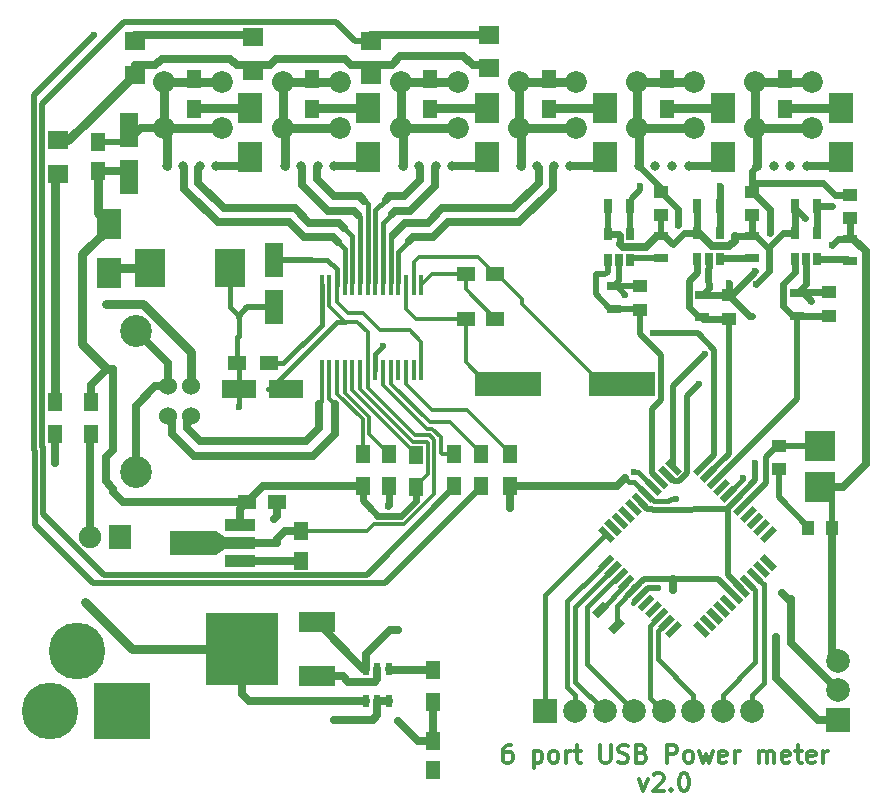
<source format=gbr>
%TF.GenerationSoftware,KiCad,Pcbnew,4.0.1-stable*%
%TF.CreationDate,2016-05-16T17:45:50+03:00*%
%TF.ProjectId,6xUSB_PowMet,36785553425F506F774D65742E6B6963,rev?*%
%TF.FileFunction,Copper,L1,Top,Signal*%
%FSLAX46Y46*%
G04 Gerber Fmt 4.6, Leading zero omitted, Abs format (unit mm)*
G04 Created by KiCad (PCBNEW 4.0.1-stable) date 16.05.2016 17:45:50*
%MOMM*%
G01*
G04 APERTURE LIST*
%ADD10C,0.100000*%
%ADD11C,0.300000*%
%ADD12R,1.250000X1.500000*%
%ADD13C,4.800600*%
%ADD14R,4.800600X4.800600*%
%ADD15R,1.000000X1.250000*%
%ADD16R,0.700000X1.300000*%
%ADD17C,1.524000*%
%ADD18C,2.700020*%
%ADD19O,1.850000X1.850000*%
%ADD20C,0.800000*%
%ADD21R,1.500000X1.250000*%
%ADD22R,2.499360X3.299460*%
%ADD23R,2.029460X2.651760*%
%ADD24R,1.300000X1.500000*%
%ADD25R,1.500000X1.300000*%
%ADD26R,2.501900X1.000760*%
%ADD27R,4.000500X1.998980*%
%ADD28R,0.450000X1.750000*%
%ADD29R,5.600700X2.100580*%
%ADD30R,1.900000X2.000000*%
%ADD31C,1.900000*%
%ADD32R,1.250000X1.000000*%
%ADD33R,1.300000X0.700000*%
%ADD34R,0.650000X1.060000*%
%ADD35R,2.000000X2.000000*%
%ADD36C,2.000000*%
%ADD37R,1.800860X1.597660*%
%ADD38R,2.500000X2.500000*%
%ADD39R,3.048000X1.651000*%
%ADD40R,6.096000X6.096000*%
%ADD41R,0.600000X1.100000*%
%ADD42R,1.501140X2.999740*%
%ADD43R,2.999740X1.501140*%
%ADD44C,0.600000*%
%ADD45C,0.500000*%
%ADD46C,0.700000*%
%ADD47C,0.600000*%
%ADD48C,0.450000*%
%ADD49C,0.750000*%
%ADD50C,0.350000*%
%ADD51C,0.400000*%
G04 APERTURE END LIST*
D10*
D11*
X136820001Y-110588571D02*
X136534287Y-110588571D01*
X136391430Y-110660000D01*
X136320001Y-110731429D01*
X136177144Y-110945714D01*
X136105715Y-111231429D01*
X136105715Y-111802857D01*
X136177144Y-111945714D01*
X136248572Y-112017143D01*
X136391430Y-112088571D01*
X136677144Y-112088571D01*
X136820001Y-112017143D01*
X136891430Y-111945714D01*
X136962858Y-111802857D01*
X136962858Y-111445714D01*
X136891430Y-111302857D01*
X136820001Y-111231429D01*
X136677144Y-111160000D01*
X136391430Y-111160000D01*
X136248572Y-111231429D01*
X136177144Y-111302857D01*
X136105715Y-111445714D01*
X138748572Y-111088571D02*
X138748572Y-112588571D01*
X138748572Y-111160000D02*
X138891429Y-111088571D01*
X139177143Y-111088571D01*
X139320000Y-111160000D01*
X139391429Y-111231429D01*
X139462858Y-111374286D01*
X139462858Y-111802857D01*
X139391429Y-111945714D01*
X139320000Y-112017143D01*
X139177143Y-112088571D01*
X138891429Y-112088571D01*
X138748572Y-112017143D01*
X140320001Y-112088571D02*
X140177143Y-112017143D01*
X140105715Y-111945714D01*
X140034286Y-111802857D01*
X140034286Y-111374286D01*
X140105715Y-111231429D01*
X140177143Y-111160000D01*
X140320001Y-111088571D01*
X140534286Y-111088571D01*
X140677143Y-111160000D01*
X140748572Y-111231429D01*
X140820001Y-111374286D01*
X140820001Y-111802857D01*
X140748572Y-111945714D01*
X140677143Y-112017143D01*
X140534286Y-112088571D01*
X140320001Y-112088571D01*
X141462858Y-112088571D02*
X141462858Y-111088571D01*
X141462858Y-111374286D02*
X141534286Y-111231429D01*
X141605715Y-111160000D01*
X141748572Y-111088571D01*
X141891429Y-111088571D01*
X142177143Y-111088571D02*
X142748572Y-111088571D01*
X142391429Y-110588571D02*
X142391429Y-111874286D01*
X142462857Y-112017143D01*
X142605715Y-112088571D01*
X142748572Y-112088571D01*
X144391429Y-110588571D02*
X144391429Y-111802857D01*
X144462857Y-111945714D01*
X144534286Y-112017143D01*
X144677143Y-112088571D01*
X144962857Y-112088571D01*
X145105715Y-112017143D01*
X145177143Y-111945714D01*
X145248572Y-111802857D01*
X145248572Y-110588571D01*
X145891429Y-112017143D02*
X146105715Y-112088571D01*
X146462858Y-112088571D01*
X146605715Y-112017143D01*
X146677144Y-111945714D01*
X146748572Y-111802857D01*
X146748572Y-111660000D01*
X146677144Y-111517143D01*
X146605715Y-111445714D01*
X146462858Y-111374286D01*
X146177144Y-111302857D01*
X146034286Y-111231429D01*
X145962858Y-111160000D01*
X145891429Y-111017143D01*
X145891429Y-110874286D01*
X145962858Y-110731429D01*
X146034286Y-110660000D01*
X146177144Y-110588571D01*
X146534286Y-110588571D01*
X146748572Y-110660000D01*
X147891429Y-111302857D02*
X148105715Y-111374286D01*
X148177143Y-111445714D01*
X148248572Y-111588571D01*
X148248572Y-111802857D01*
X148177143Y-111945714D01*
X148105715Y-112017143D01*
X147962857Y-112088571D01*
X147391429Y-112088571D01*
X147391429Y-110588571D01*
X147891429Y-110588571D01*
X148034286Y-110660000D01*
X148105715Y-110731429D01*
X148177143Y-110874286D01*
X148177143Y-111017143D01*
X148105715Y-111160000D01*
X148034286Y-111231429D01*
X147891429Y-111302857D01*
X147391429Y-111302857D01*
X150034286Y-112088571D02*
X150034286Y-110588571D01*
X150605714Y-110588571D01*
X150748572Y-110660000D01*
X150820000Y-110731429D01*
X150891429Y-110874286D01*
X150891429Y-111088571D01*
X150820000Y-111231429D01*
X150748572Y-111302857D01*
X150605714Y-111374286D01*
X150034286Y-111374286D01*
X151748572Y-112088571D02*
X151605714Y-112017143D01*
X151534286Y-111945714D01*
X151462857Y-111802857D01*
X151462857Y-111374286D01*
X151534286Y-111231429D01*
X151605714Y-111160000D01*
X151748572Y-111088571D01*
X151962857Y-111088571D01*
X152105714Y-111160000D01*
X152177143Y-111231429D01*
X152248572Y-111374286D01*
X152248572Y-111802857D01*
X152177143Y-111945714D01*
X152105714Y-112017143D01*
X151962857Y-112088571D01*
X151748572Y-112088571D01*
X152748572Y-111088571D02*
X153034286Y-112088571D01*
X153320000Y-111374286D01*
X153605715Y-112088571D01*
X153891429Y-111088571D01*
X155034286Y-112017143D02*
X154891429Y-112088571D01*
X154605715Y-112088571D01*
X154462858Y-112017143D01*
X154391429Y-111874286D01*
X154391429Y-111302857D01*
X154462858Y-111160000D01*
X154605715Y-111088571D01*
X154891429Y-111088571D01*
X155034286Y-111160000D01*
X155105715Y-111302857D01*
X155105715Y-111445714D01*
X154391429Y-111588571D01*
X155748572Y-112088571D02*
X155748572Y-111088571D01*
X155748572Y-111374286D02*
X155820000Y-111231429D01*
X155891429Y-111160000D01*
X156034286Y-111088571D01*
X156177143Y-111088571D01*
X157820000Y-112088571D02*
X157820000Y-111088571D01*
X157820000Y-111231429D02*
X157891428Y-111160000D01*
X158034286Y-111088571D01*
X158248571Y-111088571D01*
X158391428Y-111160000D01*
X158462857Y-111302857D01*
X158462857Y-112088571D01*
X158462857Y-111302857D02*
X158534286Y-111160000D01*
X158677143Y-111088571D01*
X158891428Y-111088571D01*
X159034286Y-111160000D01*
X159105714Y-111302857D01*
X159105714Y-112088571D01*
X160391428Y-112017143D02*
X160248571Y-112088571D01*
X159962857Y-112088571D01*
X159820000Y-112017143D01*
X159748571Y-111874286D01*
X159748571Y-111302857D01*
X159820000Y-111160000D01*
X159962857Y-111088571D01*
X160248571Y-111088571D01*
X160391428Y-111160000D01*
X160462857Y-111302857D01*
X160462857Y-111445714D01*
X159748571Y-111588571D01*
X160891428Y-111088571D02*
X161462857Y-111088571D01*
X161105714Y-110588571D02*
X161105714Y-111874286D01*
X161177142Y-112017143D01*
X161320000Y-112088571D01*
X161462857Y-112088571D01*
X162534285Y-112017143D02*
X162391428Y-112088571D01*
X162105714Y-112088571D01*
X161962857Y-112017143D01*
X161891428Y-111874286D01*
X161891428Y-111302857D01*
X161962857Y-111160000D01*
X162105714Y-111088571D01*
X162391428Y-111088571D01*
X162534285Y-111160000D01*
X162605714Y-111302857D01*
X162605714Y-111445714D01*
X161891428Y-111588571D01*
X163248571Y-112088571D02*
X163248571Y-111088571D01*
X163248571Y-111374286D02*
X163319999Y-111231429D01*
X163391428Y-111160000D01*
X163534285Y-111088571D01*
X163677142Y-111088571D01*
X147677144Y-113488571D02*
X148034287Y-114488571D01*
X148391429Y-113488571D01*
X148891429Y-113131429D02*
X148962858Y-113060000D01*
X149105715Y-112988571D01*
X149462858Y-112988571D01*
X149605715Y-113060000D01*
X149677144Y-113131429D01*
X149748572Y-113274286D01*
X149748572Y-113417143D01*
X149677144Y-113631429D01*
X148820001Y-114488571D01*
X149748572Y-114488571D01*
X150391429Y-114345714D02*
X150462857Y-114417143D01*
X150391429Y-114488571D01*
X150320000Y-114417143D01*
X150391429Y-114345714D01*
X150391429Y-114488571D01*
X151391429Y-112988571D02*
X151534286Y-112988571D01*
X151677143Y-113060000D01*
X151748572Y-113131429D01*
X151820001Y-113274286D01*
X151891429Y-113560000D01*
X151891429Y-113917143D01*
X151820001Y-114202857D01*
X151748572Y-114345714D01*
X151677143Y-114417143D01*
X151534286Y-114488571D01*
X151391429Y-114488571D01*
X151248572Y-114417143D01*
X151177143Y-114345714D01*
X151105715Y-114202857D01*
X151034286Y-113917143D01*
X151034286Y-113560000D01*
X151105715Y-113274286D01*
X151177143Y-113131429D01*
X151248572Y-113060000D01*
X151391429Y-112988571D01*
D12*
X101813575Y-62029999D03*
X101813575Y-59529999D03*
D13*
X97750000Y-107750000D03*
D14*
X103846000Y-107750000D03*
D13*
X100036000Y-102670000D03*
D10*
G36*
X144555188Y-95876866D02*
X144166280Y-95487958D01*
X145226940Y-94427298D01*
X145615848Y-94816206D01*
X144555188Y-95876866D01*
X144555188Y-95876866D01*
G37*
G36*
X145120874Y-96442551D02*
X144731966Y-96053643D01*
X145792626Y-94992983D01*
X146181534Y-95381891D01*
X145120874Y-96442551D01*
X145120874Y-96442551D01*
G37*
G36*
X145686559Y-97008236D02*
X145297651Y-96619328D01*
X146358311Y-95558668D01*
X146747219Y-95947576D01*
X145686559Y-97008236D01*
X145686559Y-97008236D01*
G37*
G36*
X146252244Y-97573922D02*
X145863336Y-97185014D01*
X146923996Y-96124354D01*
X147312904Y-96513262D01*
X146252244Y-97573922D01*
X146252244Y-97573922D01*
G37*
G36*
X146817930Y-98139607D02*
X146429022Y-97750699D01*
X147489682Y-96690039D01*
X147878590Y-97078947D01*
X146817930Y-98139607D01*
X146817930Y-98139607D01*
G37*
G36*
X147383615Y-98705293D02*
X146994707Y-98316385D01*
X148055367Y-97255725D01*
X148444275Y-97644633D01*
X147383615Y-98705293D01*
X147383615Y-98705293D01*
G37*
G36*
X147949301Y-99270978D02*
X147560393Y-98882070D01*
X148621053Y-97821410D01*
X149009961Y-98210318D01*
X147949301Y-99270978D01*
X147949301Y-99270978D01*
G37*
G36*
X148514986Y-99836664D02*
X148126078Y-99447756D01*
X149186738Y-98387096D01*
X149575646Y-98776004D01*
X148514986Y-99836664D01*
X148514986Y-99836664D01*
G37*
G36*
X149080672Y-100402349D02*
X148691764Y-100013441D01*
X149752424Y-98952781D01*
X150141332Y-99341689D01*
X149080672Y-100402349D01*
X149080672Y-100402349D01*
G37*
G36*
X149646357Y-100968034D02*
X149257449Y-100579126D01*
X150318109Y-99518466D01*
X150707017Y-99907374D01*
X149646357Y-100968034D01*
X149646357Y-100968034D01*
G37*
G36*
X150212042Y-101533720D02*
X149823134Y-101144812D01*
X150883794Y-100084152D01*
X151272702Y-100473060D01*
X150212042Y-101533720D01*
X150212042Y-101533720D01*
G37*
G36*
X153676866Y-101144812D02*
X153287958Y-101533720D01*
X152227298Y-100473060D01*
X152616206Y-100084152D01*
X153676866Y-101144812D01*
X153676866Y-101144812D01*
G37*
G36*
X154242551Y-100579126D02*
X153853643Y-100968034D01*
X152792983Y-99907374D01*
X153181891Y-99518466D01*
X154242551Y-100579126D01*
X154242551Y-100579126D01*
G37*
G36*
X154808236Y-100013441D02*
X154419328Y-100402349D01*
X153358668Y-99341689D01*
X153747576Y-98952781D01*
X154808236Y-100013441D01*
X154808236Y-100013441D01*
G37*
G36*
X155373922Y-99447756D02*
X154985014Y-99836664D01*
X153924354Y-98776004D01*
X154313262Y-98387096D01*
X155373922Y-99447756D01*
X155373922Y-99447756D01*
G37*
G36*
X155939607Y-98882070D02*
X155550699Y-99270978D01*
X154490039Y-98210318D01*
X154878947Y-97821410D01*
X155939607Y-98882070D01*
X155939607Y-98882070D01*
G37*
G36*
X156505293Y-98316385D02*
X156116385Y-98705293D01*
X155055725Y-97644633D01*
X155444633Y-97255725D01*
X156505293Y-98316385D01*
X156505293Y-98316385D01*
G37*
G36*
X157070978Y-97750699D02*
X156682070Y-98139607D01*
X155621410Y-97078947D01*
X156010318Y-96690039D01*
X157070978Y-97750699D01*
X157070978Y-97750699D01*
G37*
G36*
X157636664Y-97185014D02*
X157247756Y-97573922D01*
X156187096Y-96513262D01*
X156576004Y-96124354D01*
X157636664Y-97185014D01*
X157636664Y-97185014D01*
G37*
G36*
X158202349Y-96619328D02*
X157813441Y-97008236D01*
X156752781Y-95947576D01*
X157141689Y-95558668D01*
X158202349Y-96619328D01*
X158202349Y-96619328D01*
G37*
G36*
X158768034Y-96053643D02*
X158379126Y-96442551D01*
X157318466Y-95381891D01*
X157707374Y-94992983D01*
X158768034Y-96053643D01*
X158768034Y-96053643D01*
G37*
G36*
X159333720Y-95487958D02*
X158944812Y-95876866D01*
X157884152Y-94816206D01*
X158273060Y-94427298D01*
X159333720Y-95487958D01*
X159333720Y-95487958D01*
G37*
G36*
X158273060Y-93472702D02*
X157884152Y-93083794D01*
X158944812Y-92023134D01*
X159333720Y-92412042D01*
X158273060Y-93472702D01*
X158273060Y-93472702D01*
G37*
G36*
X157707374Y-92907017D02*
X157318466Y-92518109D01*
X158379126Y-91457449D01*
X158768034Y-91846357D01*
X157707374Y-92907017D01*
X157707374Y-92907017D01*
G37*
G36*
X157141689Y-92341332D02*
X156752781Y-91952424D01*
X157813441Y-90891764D01*
X158202349Y-91280672D01*
X157141689Y-92341332D01*
X157141689Y-92341332D01*
G37*
G36*
X156576004Y-91775646D02*
X156187096Y-91386738D01*
X157247756Y-90326078D01*
X157636664Y-90714986D01*
X156576004Y-91775646D01*
X156576004Y-91775646D01*
G37*
G36*
X156010318Y-91209961D02*
X155621410Y-90821053D01*
X156682070Y-89760393D01*
X157070978Y-90149301D01*
X156010318Y-91209961D01*
X156010318Y-91209961D01*
G37*
G36*
X155444633Y-90644275D02*
X155055725Y-90255367D01*
X156116385Y-89194707D01*
X156505293Y-89583615D01*
X155444633Y-90644275D01*
X155444633Y-90644275D01*
G37*
G36*
X154878947Y-90078590D02*
X154490039Y-89689682D01*
X155550699Y-88629022D01*
X155939607Y-89017930D01*
X154878947Y-90078590D01*
X154878947Y-90078590D01*
G37*
G36*
X154313262Y-89512904D02*
X153924354Y-89123996D01*
X154985014Y-88063336D01*
X155373922Y-88452244D01*
X154313262Y-89512904D01*
X154313262Y-89512904D01*
G37*
G36*
X153747576Y-88947219D02*
X153358668Y-88558311D01*
X154419328Y-87497651D01*
X154808236Y-87886559D01*
X153747576Y-88947219D01*
X153747576Y-88947219D01*
G37*
G36*
X153181891Y-88381534D02*
X152792983Y-87992626D01*
X153853643Y-86931966D01*
X154242551Y-87320874D01*
X153181891Y-88381534D01*
X153181891Y-88381534D01*
G37*
G36*
X152616206Y-87815848D02*
X152227298Y-87426940D01*
X153287958Y-86366280D01*
X153676866Y-86755188D01*
X152616206Y-87815848D01*
X152616206Y-87815848D01*
G37*
G36*
X151272702Y-87426940D02*
X150883794Y-87815848D01*
X149823134Y-86755188D01*
X150212042Y-86366280D01*
X151272702Y-87426940D01*
X151272702Y-87426940D01*
G37*
G36*
X150707017Y-87992626D02*
X150318109Y-88381534D01*
X149257449Y-87320874D01*
X149646357Y-86931966D01*
X150707017Y-87992626D01*
X150707017Y-87992626D01*
G37*
G36*
X150141332Y-88558311D02*
X149752424Y-88947219D01*
X148691764Y-87886559D01*
X149080672Y-87497651D01*
X150141332Y-88558311D01*
X150141332Y-88558311D01*
G37*
G36*
X149575646Y-89123996D02*
X149186738Y-89512904D01*
X148126078Y-88452244D01*
X148514986Y-88063336D01*
X149575646Y-89123996D01*
X149575646Y-89123996D01*
G37*
G36*
X149009961Y-89689682D02*
X148621053Y-90078590D01*
X147560393Y-89017930D01*
X147949301Y-88629022D01*
X149009961Y-89689682D01*
X149009961Y-89689682D01*
G37*
G36*
X148444275Y-90255367D02*
X148055367Y-90644275D01*
X146994707Y-89583615D01*
X147383615Y-89194707D01*
X148444275Y-90255367D01*
X148444275Y-90255367D01*
G37*
G36*
X147878590Y-90821053D02*
X147489682Y-91209961D01*
X146429022Y-90149301D01*
X146817930Y-89760393D01*
X147878590Y-90821053D01*
X147878590Y-90821053D01*
G37*
G36*
X147312904Y-91386738D02*
X146923996Y-91775646D01*
X145863336Y-90714986D01*
X146252244Y-90326078D01*
X147312904Y-91386738D01*
X147312904Y-91386738D01*
G37*
G36*
X146747219Y-91952424D02*
X146358311Y-92341332D01*
X145297651Y-91280672D01*
X145686559Y-90891764D01*
X146747219Y-91952424D01*
X146747219Y-91952424D01*
G37*
G36*
X146181534Y-92518109D02*
X145792626Y-92907017D01*
X144731966Y-91846357D01*
X145120874Y-91457449D01*
X146181534Y-92518109D01*
X146181534Y-92518109D01*
G37*
G36*
X145615848Y-93083794D02*
X145226940Y-93472702D01*
X144166280Y-92412042D01*
X144555188Y-92023134D01*
X145615848Y-93083794D01*
X145615848Y-93083794D01*
G37*
D15*
X162000000Y-92250000D03*
X164000000Y-92250000D03*
D16*
X145000000Y-65000000D03*
X146900000Y-65000000D03*
D17*
X109748980Y-82790000D03*
X109748980Y-80250000D03*
X107750000Y-80250000D03*
X107750000Y-82790000D03*
D18*
X105049980Y-87519480D03*
X105049980Y-75520520D03*
D19*
X127480000Y-58340000D03*
X127480000Y-54500000D03*
X132320000Y-54500000D03*
D20*
X131850000Y-61610000D03*
X130450000Y-61610000D03*
X129050000Y-61610000D03*
D19*
X132320000Y-58340000D03*
D20*
X127650000Y-61610000D03*
D19*
X147480000Y-58340000D03*
X147480000Y-54500000D03*
X152320000Y-54500000D03*
D20*
X151850000Y-61610000D03*
X150450000Y-61610000D03*
X149050000Y-61610000D03*
D19*
X152320000Y-58340000D03*
D20*
X147650000Y-61610000D03*
D19*
X157480000Y-58340000D03*
X157480000Y-54500000D03*
X162320000Y-54500000D03*
D20*
X161850000Y-61610000D03*
X160450000Y-61610000D03*
X159050000Y-61610000D03*
D19*
X162320000Y-58340000D03*
D20*
X157650000Y-61610000D03*
D19*
X137480000Y-58340000D03*
X137480000Y-54500000D03*
X142320000Y-54500000D03*
D20*
X141850000Y-61610000D03*
X140450000Y-61610000D03*
X139050000Y-61610000D03*
D19*
X142320000Y-58340000D03*
D20*
X137650000Y-61610000D03*
D19*
X117480000Y-58340000D03*
X117480000Y-54500000D03*
X122320000Y-54500000D03*
D20*
X121850000Y-61610000D03*
X120450000Y-61610000D03*
X119050000Y-61610000D03*
D19*
X122320000Y-58340000D03*
D20*
X117650000Y-61610000D03*
D19*
X107480000Y-58340000D03*
X107480000Y-54500000D03*
X112320000Y-54500000D03*
D20*
X111850000Y-61610000D03*
X110450000Y-61610000D03*
X109050000Y-61610000D03*
D19*
X112320000Y-58340000D03*
D20*
X107650000Y-61610000D03*
D12*
X120000000Y-54250000D03*
X120000000Y-56750000D03*
X140000000Y-54250000D03*
X140000000Y-56750000D03*
X130000000Y-54250000D03*
X130000000Y-56750000D03*
X150000000Y-54250000D03*
X150000000Y-56750000D03*
X160000000Y-54250000D03*
X160000000Y-56750000D03*
D21*
X117000000Y-90000000D03*
X114500000Y-90000000D03*
D12*
X119000000Y-92500000D03*
X119000000Y-95000000D03*
D21*
X133000000Y-70750000D03*
X135500000Y-70750000D03*
X135500000Y-74500000D03*
X133000000Y-74500000D03*
D22*
X106250000Y-70250000D03*
X113052120Y-70250000D03*
D23*
X114750000Y-56664660D03*
X114750000Y-60835340D03*
X124750000Y-56664660D03*
X124750000Y-60835340D03*
X144750000Y-60835340D03*
X144750000Y-56664660D03*
X134750000Y-60835340D03*
X134750000Y-56664660D03*
D24*
X136750000Y-88700000D03*
X136750000Y-86000000D03*
X128750000Y-88750000D03*
X128750000Y-86050000D03*
X124250000Y-88700000D03*
X124250000Y-86000000D03*
D25*
X116350000Y-78250000D03*
X113650000Y-78250000D03*
D26*
X113852740Y-95001140D03*
X113852740Y-93500000D03*
X113852740Y-91998860D03*
D27*
X109900500Y-93500000D03*
D10*
G36*
X111875350Y-92499240D02*
X112624650Y-92999620D01*
X112624650Y-94000380D01*
X111875350Y-94500760D01*
X111875350Y-92499240D01*
X111875350Y-92499240D01*
G37*
D28*
X129225000Y-71650000D03*
X128575000Y-71650000D03*
X127925000Y-71650000D03*
X127275000Y-71650000D03*
X126625000Y-71650000D03*
X125975000Y-71650000D03*
X125325000Y-71650000D03*
X124675000Y-71650000D03*
X124025000Y-71650000D03*
X123375000Y-71650000D03*
X122725000Y-71650000D03*
X122075000Y-71650000D03*
X121425000Y-71650000D03*
X120775000Y-71650000D03*
X120775000Y-78850000D03*
X121425000Y-78850000D03*
X122075000Y-78850000D03*
X122725000Y-78850000D03*
X123375000Y-78850000D03*
X124025000Y-78850000D03*
X124675000Y-78850000D03*
X125325000Y-78850000D03*
X125975000Y-78850000D03*
X126625000Y-78850000D03*
X127275000Y-78850000D03*
X127925000Y-78850000D03*
X128575000Y-78850000D03*
X129225000Y-78850000D03*
D29*
X146250000Y-80000000D03*
X136552280Y-80000000D03*
D23*
X102750000Y-66500000D03*
X102750000Y-70670680D03*
D12*
X110000000Y-54250000D03*
X110000000Y-56750000D03*
D30*
X103750000Y-93000000D03*
D31*
X101210000Y-93000000D03*
D23*
X154750000Y-60835340D03*
X154750000Y-56664660D03*
X164750000Y-60835340D03*
X164750000Y-56664660D03*
D24*
X101250000Y-81550000D03*
X101250000Y-84250000D03*
X134250000Y-88700000D03*
X134250000Y-86000000D03*
X132000000Y-88700000D03*
X132000000Y-86000000D03*
X98250000Y-81550000D03*
X98250000Y-84250000D03*
X126500000Y-88700000D03*
X126500000Y-86000000D03*
D32*
X149500000Y-63750000D03*
X149500000Y-65750000D03*
X155250000Y-72500000D03*
X155250000Y-74500000D03*
X147750000Y-71750000D03*
X147750000Y-73750000D03*
X159500000Y-87250000D03*
X159500000Y-85250000D03*
X157250000Y-63750000D03*
X157250000Y-65750000D03*
X163750000Y-72250000D03*
X163750000Y-74250000D03*
X165500000Y-64000000D03*
X165500000Y-66000000D03*
D33*
X149500000Y-67500000D03*
X149500000Y-69400000D03*
X145500000Y-71750000D03*
X145500000Y-73650000D03*
D10*
G36*
X146457107Y-100287868D02*
X145537868Y-101207107D01*
X145042893Y-100712132D01*
X145962132Y-99792893D01*
X146457107Y-100287868D01*
X146457107Y-100287868D01*
G37*
G36*
X145113605Y-98944366D02*
X144194366Y-99863605D01*
X143699391Y-99368630D01*
X144618630Y-98449391D01*
X145113605Y-98944366D01*
X145113605Y-98944366D01*
G37*
D33*
X153000000Y-72500000D03*
X153000000Y-74400000D03*
X157250000Y-67500000D03*
X157250000Y-69400000D03*
D16*
X152600000Y-65000000D03*
X154500000Y-65000000D03*
D33*
X161000000Y-72350000D03*
X161000000Y-74250000D03*
X165500000Y-67750000D03*
X165500000Y-69650000D03*
D16*
X160850000Y-65000000D03*
X162750000Y-65000000D03*
D34*
X145000000Y-69500000D03*
X145950000Y-69500000D03*
X146900000Y-69500000D03*
X146900000Y-67300000D03*
X145000000Y-67300000D03*
X152600000Y-69450000D03*
X153550000Y-69450000D03*
X154500000Y-69450000D03*
X154500000Y-67250000D03*
X152600000Y-67250000D03*
X160850000Y-69450000D03*
X161800000Y-69450000D03*
X162750000Y-69450000D03*
X162750000Y-67250000D03*
X160850000Y-67250000D03*
D35*
X139737000Y-107750000D03*
D36*
X142250000Y-107750000D03*
X144750000Y-107750000D03*
X147250000Y-107750000D03*
X149750000Y-107750000D03*
X152250000Y-107750000D03*
X154750000Y-107750000D03*
X157250000Y-107750000D03*
D35*
X164500000Y-108500000D03*
D36*
X164500000Y-105960000D03*
X164500000Y-103460000D03*
D37*
X105000000Y-51000000D03*
X105000000Y-53839720D03*
X115000000Y-53500000D03*
X115000000Y-50660280D03*
X125000000Y-51000000D03*
X125000000Y-53839720D03*
X134960000Y-53299720D03*
X134960000Y-50460000D03*
X98500000Y-59410280D03*
X98500000Y-62250000D03*
D38*
X163000000Y-88750000D03*
X163000000Y-85250000D03*
D12*
X130250000Y-110250000D03*
X130250000Y-112750000D03*
D39*
X120350000Y-104786000D03*
D40*
X114000000Y-102500000D03*
D39*
X120350000Y-100214000D03*
D24*
X130250000Y-106950000D03*
X130250000Y-104250000D03*
D41*
X124550000Y-106850000D03*
X125500000Y-106850000D03*
X126450000Y-106850000D03*
X126450000Y-104150000D03*
X125500000Y-104150000D03*
X124550000Y-104150000D03*
D42*
X116750000Y-73497960D03*
X116750000Y-69500000D03*
D43*
X117750000Y-80500000D03*
X113752040Y-80500000D03*
D42*
X104500000Y-58502040D03*
X104500000Y-62500000D03*
D44*
X121798560Y-108500000D03*
X159250000Y-101500000D03*
X149250000Y-90679856D03*
X149250000Y-97279992D03*
X153524998Y-71000000D03*
X159500000Y-88500000D03*
X157500000Y-86750000D03*
X162250000Y-73000000D03*
X157250000Y-74250000D03*
X155250000Y-71500000D03*
X157500000Y-70500000D03*
X158750000Y-67250000D03*
X150978858Y-66603439D03*
X146500000Y-72500000D03*
X113750000Y-82000000D03*
X113750000Y-74250000D03*
X98250000Y-86750000D03*
X116750000Y-91500000D03*
X126425020Y-90385409D03*
X116750000Y-95000000D03*
X116750000Y-95000000D03*
X153250000Y-77500000D03*
X147250000Y-87500000D03*
X152750000Y-80000000D03*
X148800000Y-75750000D03*
X127250000Y-100849850D03*
X127250000Y-108575000D03*
X125000000Y-90650000D03*
X164000000Y-94000000D03*
X146500000Y-88000000D03*
X150750000Y-89750000D03*
X150500000Y-97500000D03*
X161750000Y-66000000D03*
X164000000Y-68250000D03*
X157565693Y-71565693D03*
X155750000Y-67500000D03*
X150500000Y-68200000D03*
X146010000Y-68160000D03*
X128750000Y-89950000D03*
X136750000Y-90500000D03*
X159750000Y-97750000D03*
X156500000Y-88000000D03*
X112500000Y-56664660D03*
X147750000Y-63250000D03*
X122500000Y-56664660D03*
X142250000Y-56664660D03*
X132250000Y-56664660D03*
X152500000Y-56664660D03*
X154500000Y-63250000D03*
X162500000Y-56664660D03*
X164000000Y-65000000D03*
X111000000Y-52500000D03*
X126000000Y-76850000D03*
X110000000Y-50500000D03*
X101500000Y-50500000D03*
X100750000Y-98500000D03*
X102500000Y-73250000D03*
D45*
X145000000Y-66250000D02*
X145000000Y-66455000D01*
X116750000Y-73497960D02*
X114502040Y-73497960D01*
X114502040Y-73497960D02*
X113750000Y-74250000D01*
D46*
X125500000Y-106850000D02*
X125500000Y-108100000D01*
X125500000Y-108100000D02*
X125100000Y-108500000D01*
X125100000Y-108500000D02*
X121798560Y-108500000D01*
X126450000Y-106850000D02*
X125500000Y-106850000D01*
X164500000Y-108500000D02*
X162800000Y-108500000D01*
X162800000Y-108500000D02*
X159250000Y-104950000D01*
X159250000Y-104950000D02*
X159250000Y-101500000D01*
D45*
X155065349Y-90634651D02*
X149250000Y-90679856D01*
X149250000Y-90679856D02*
X148328600Y-90634651D01*
X147719491Y-97980509D02*
X148420008Y-97279992D01*
X148420008Y-97279992D02*
X149250000Y-97279992D01*
D47*
X153550000Y-71950000D02*
X153524998Y-71000000D01*
X153524998Y-71000000D02*
X153550000Y-69450000D01*
D46*
X107750000Y-80250000D02*
X106672370Y-80250000D01*
X106672370Y-80250000D02*
X105049980Y-81872390D01*
X105049980Y-81872390D02*
X105049980Y-85610278D01*
X105049980Y-85610278D02*
X105049980Y-87519480D01*
X107750000Y-80250000D02*
X107750000Y-78220540D01*
X107750000Y-78220540D02*
X105049980Y-75520520D01*
D48*
X147719491Y-97980509D02*
X147118451Y-98581549D01*
D45*
X155171400Y-96240029D02*
X155171400Y-93750000D01*
X155171400Y-93750000D02*
X155171400Y-90528600D01*
X159500000Y-88500000D02*
X159500000Y-88250000D01*
X159500000Y-89625000D02*
X159500000Y-88500000D01*
X162000000Y-92250000D02*
X162000000Y-92125000D01*
X162000000Y-92125000D02*
X159500000Y-89625000D01*
X159500000Y-88250000D02*
X159500000Y-87250000D01*
X155780509Y-89919491D02*
X157500000Y-88200000D01*
X157500000Y-88200000D02*
X157500000Y-86750000D01*
X156346194Y-97414823D02*
X155171400Y-96240029D01*
X155171400Y-90528600D02*
X155179469Y-90520531D01*
X155179469Y-90520531D02*
X155780509Y-89919491D01*
X155780509Y-89919491D02*
X155065349Y-90634651D01*
X148328600Y-90634651D02*
X147719491Y-90025542D01*
X147719491Y-90025542D02*
X147719491Y-89919491D01*
D47*
X161000000Y-72350000D02*
X161600000Y-72350000D01*
X161600000Y-72350000D02*
X162250000Y-73000000D01*
X161000000Y-72350000D02*
X161800000Y-71550000D01*
X161800000Y-71550000D02*
X161800000Y-69450000D01*
X163750000Y-72250000D02*
X161100000Y-72250000D01*
X161100000Y-72250000D02*
X161000000Y-72350000D01*
X157250000Y-63750000D02*
X157250000Y-63000000D01*
X157250000Y-63000000D02*
X157250000Y-62010000D01*
X165500000Y-64000000D02*
X164275000Y-64000000D01*
X164275000Y-64000000D02*
X163275000Y-63000000D01*
X163275000Y-63000000D02*
X157250000Y-63000000D01*
X157250000Y-74250000D02*
X157000000Y-74250000D01*
X157000000Y-74250000D02*
X155250000Y-72500000D01*
X155250000Y-72500000D02*
X155250000Y-71500000D01*
X155250000Y-72500000D02*
X155500000Y-72500000D01*
X155500000Y-72500000D02*
X157500000Y-70500000D01*
X153000000Y-72500000D02*
X153550000Y-71950000D01*
X155250000Y-72500000D02*
X153000000Y-72500000D01*
X157250000Y-63750000D02*
X158750000Y-65250000D01*
X158750000Y-65250000D02*
X158750000Y-67250000D01*
X149500000Y-63750000D02*
X150978858Y-65228858D01*
X150978858Y-65228858D02*
X150978858Y-66603439D01*
X157250000Y-62010000D02*
X157650000Y-61610000D01*
X149500000Y-63750000D02*
X149500000Y-63460000D01*
X149500000Y-63460000D02*
X147650000Y-61610000D01*
D45*
X145750000Y-71750000D02*
X146500000Y-72500000D01*
X145500000Y-71750000D02*
X145750000Y-71750000D01*
X145500000Y-71750000D02*
X145950000Y-71300000D01*
X145950000Y-71300000D02*
X145950000Y-69500000D01*
X147750000Y-71750000D02*
X145500000Y-71750000D01*
D48*
X113052120Y-70250000D02*
X113052120Y-73552120D01*
X113052120Y-73552120D02*
X113750000Y-74250000D01*
X113750000Y-81575000D02*
X113750000Y-82000000D01*
X113750000Y-80500000D02*
X113750000Y-81575000D01*
X113750000Y-74925000D02*
X113750000Y-74250000D01*
X113750000Y-76000000D02*
X113750000Y-74925000D01*
X113650000Y-78250000D02*
X113650000Y-76100000D01*
X113650000Y-76100000D02*
X113750000Y-76000000D01*
X113750000Y-80500000D02*
X113750000Y-78350000D01*
X113750000Y-78350000D02*
X113650000Y-78250000D01*
D46*
X98250000Y-84250000D02*
X98250000Y-86750000D01*
X117000000Y-90000000D02*
X117000000Y-91250000D01*
X117000000Y-91250000D02*
X116750000Y-91500000D01*
D47*
X126500000Y-88700000D02*
X126500000Y-90310429D01*
X126500000Y-90310429D02*
X126425020Y-90385409D01*
D46*
X116750000Y-95000000D02*
X119000000Y-95000000D01*
X113852740Y-95001140D02*
X116748860Y-95001140D01*
X116748860Y-95001140D02*
X116750000Y-95000000D01*
X118998860Y-95001140D02*
X119000000Y-95000000D01*
X107480000Y-58340000D02*
X105503574Y-58340000D01*
X105503574Y-58340000D02*
X104313575Y-59529999D01*
D45*
X104313575Y-59529999D02*
X103063575Y-59529999D01*
X101813575Y-59529999D02*
X103063575Y-59529999D01*
D49*
X127480000Y-58340000D02*
X132320000Y-58340000D01*
X112320000Y-58340000D02*
X107480000Y-58340000D01*
X122320000Y-58340000D02*
X117480000Y-58340000D01*
X142320000Y-58340000D02*
X137480000Y-58340000D01*
X147480000Y-58340000D02*
X152320000Y-58340000D01*
X157480000Y-58340000D02*
X162320000Y-58340000D01*
X157480000Y-54500000D02*
X162320000Y-54500000D01*
X147480000Y-54500000D02*
X152320000Y-54500000D01*
X137480000Y-54500000D02*
X142320000Y-54500000D01*
X127480000Y-54500000D02*
X132320000Y-54500000D01*
X117480000Y-54500000D02*
X122320000Y-54500000D01*
X112320000Y-54500000D02*
X107480000Y-54500000D01*
X157480000Y-58340000D02*
X157480000Y-54500000D01*
X147480000Y-58340000D02*
X147480000Y-54500000D01*
X137480000Y-58340000D02*
X137480000Y-54500000D01*
X127480000Y-58340000D02*
X127480000Y-54500000D01*
X117480000Y-58340000D02*
X117480000Y-54500000D01*
X107480000Y-58340000D02*
X107480000Y-54500000D01*
X157650000Y-61610000D02*
X157650000Y-58510000D01*
X157650000Y-58510000D02*
X157480000Y-58340000D01*
X147650000Y-61610000D02*
X147650000Y-58510000D01*
X147650000Y-58510000D02*
X147480000Y-58340000D01*
X137650000Y-61610000D02*
X137650000Y-58510000D01*
X137650000Y-58510000D02*
X137480000Y-58340000D01*
X127650000Y-61610000D02*
X127650000Y-58510000D01*
X127650000Y-58510000D02*
X127480000Y-58340000D01*
X117650000Y-61610000D02*
X117650000Y-58510000D01*
X117650000Y-58510000D02*
X117480000Y-58340000D01*
X107650000Y-61610000D02*
X107650000Y-58510000D01*
X107650000Y-58510000D02*
X107480000Y-58340000D01*
X130250000Y-54500000D02*
X130000000Y-54250000D01*
X129750000Y-54500000D02*
X130000000Y-54250000D01*
X122070000Y-54250000D02*
X122320000Y-54500000D01*
X119750000Y-54500000D02*
X120000000Y-54250000D01*
X109750000Y-54500000D02*
X110000000Y-54250000D01*
X112070000Y-54250000D02*
X112320000Y-54500000D01*
D46*
X112250000Y-54430000D02*
X112320000Y-54500000D01*
X122250000Y-54430000D02*
X122320000Y-54500000D01*
X132250000Y-54430000D02*
X132320000Y-54500000D01*
X142250000Y-54430000D02*
X142320000Y-54500000D01*
X152250000Y-54430000D02*
X152320000Y-54500000D01*
X162250000Y-54430000D02*
X162320000Y-54500000D01*
D49*
X101238120Y-57500000D02*
X104898400Y-53839720D01*
D45*
X150547918Y-80202082D02*
X153250000Y-77500000D01*
X150547918Y-87091064D02*
X150547918Y-80202082D01*
X153517767Y-87656750D02*
X155250000Y-85924517D01*
X155250000Y-85924517D02*
X155250000Y-74500000D01*
D47*
X153000000Y-74400000D02*
X152700000Y-74400000D01*
X152700000Y-74400000D02*
X151849999Y-73549999D01*
X152600000Y-70580000D02*
X152600000Y-69450000D01*
X151849999Y-73549999D02*
X151849999Y-71330001D01*
X151849999Y-71330001D02*
X152600000Y-70580000D01*
X155250000Y-74500000D02*
X153100000Y-74500000D01*
X153100000Y-74500000D02*
X153000000Y-74400000D01*
X152600000Y-69655000D02*
X152600000Y-69450000D01*
D45*
X149416548Y-88222435D02*
X148750000Y-87555887D01*
X148750000Y-87555887D02*
X148750000Y-82160642D01*
X148750000Y-82160642D02*
X149500351Y-81410291D01*
X149500351Y-77560353D02*
X147750000Y-75810002D01*
X149500351Y-81410291D02*
X149500351Y-77560353D01*
X147750000Y-75810002D02*
X147750000Y-74750000D01*
X147750000Y-74750000D02*
X147750000Y-73750000D01*
X145500000Y-73650000D02*
X147650000Y-73650000D01*
X147650000Y-73650000D02*
X147750000Y-73750000D01*
X144000000Y-70750000D02*
X144000000Y-72450000D01*
X144000000Y-72450000D02*
X145200000Y-73650000D01*
X145200000Y-73650000D02*
X145500000Y-73650000D01*
X144780000Y-70750000D02*
X144000000Y-70750000D01*
X145000000Y-69500000D02*
X145000000Y-70530000D01*
X145000000Y-70530000D02*
X144780000Y-70750000D01*
D48*
X147250000Y-87500000D02*
X147562742Y-87500000D01*
X147562742Y-87500000D02*
X148850862Y-88788120D01*
D45*
X156346194Y-90485177D02*
X158375000Y-88456371D01*
X158375000Y-88456371D02*
X158375000Y-86250000D01*
X158375000Y-86250000D02*
X159375000Y-85250000D01*
X159375000Y-85250000D02*
X159500000Y-85250000D01*
X159500000Y-85250000D02*
X163000000Y-85250000D01*
X149982233Y-87656750D02*
X150591341Y-88265858D01*
X150591341Y-88265858D02*
X151070196Y-88265858D01*
X151070196Y-88265858D02*
X151722712Y-87613342D01*
X151722712Y-87613342D02*
X151722712Y-81027288D01*
X151722712Y-81027288D02*
X152750000Y-80000000D01*
X154083452Y-88222435D02*
X161000000Y-81305887D01*
X161000000Y-81305887D02*
X161000000Y-74250000D01*
D47*
X161000000Y-74250000D02*
X160700000Y-74250000D01*
X160700000Y-74250000D02*
X159849999Y-73399999D01*
X159849999Y-73399999D02*
X159849999Y-71580001D01*
X159849999Y-71580001D02*
X160850000Y-70580000D01*
X160850000Y-70580000D02*
X160850000Y-69450000D01*
X163750000Y-74250000D02*
X161000000Y-74250000D01*
D45*
X152952082Y-87091064D02*
X154000001Y-86043145D01*
X154000001Y-86043145D02*
X154000001Y-77139999D01*
X154000001Y-77139999D02*
X152610002Y-75750000D01*
X152610002Y-75750000D02*
X148800000Y-75750000D01*
D48*
X146588120Y-96849138D02*
X146588120Y-96974876D01*
X146588120Y-96974876D02*
X144406498Y-99156498D01*
D45*
X149500000Y-69400000D02*
X147000000Y-69400000D01*
X147000000Y-69400000D02*
X146900000Y-69500000D01*
D47*
X157250000Y-69400000D02*
X154550000Y-69400000D01*
X154550000Y-69400000D02*
X154500000Y-69450000D01*
X162750000Y-69450000D02*
X165300000Y-69450000D01*
X165300000Y-69450000D02*
X165500000Y-69650000D01*
D46*
X124550000Y-104150000D02*
X124550000Y-102900000D01*
X124550000Y-102900000D02*
X126600150Y-100849850D01*
X126600150Y-100849850D02*
X127250000Y-100849850D01*
X130250000Y-110250000D02*
X128925000Y-110250000D01*
X128925000Y-110250000D02*
X127250000Y-108575000D01*
X130250000Y-106950000D02*
X130250000Y-110250000D01*
X124550000Y-104150000D02*
X124286000Y-104150000D01*
X124286000Y-104150000D02*
X120350000Y-100214000D01*
D47*
X125575001Y-91225001D02*
X125000000Y-90650000D01*
X125000000Y-90650000D02*
X124250000Y-89900000D01*
D46*
X164000000Y-94000000D02*
X164000000Y-102960000D01*
X164000000Y-92250000D02*
X164000000Y-94000000D01*
X164000000Y-102960000D02*
X164500000Y-103460000D01*
X152600000Y-67250000D02*
X152750000Y-67250000D01*
X152750000Y-67250000D02*
X153869999Y-68369999D01*
X153869999Y-68369999D02*
X155304265Y-68369999D01*
X155304265Y-68369999D02*
X155750000Y-67924264D01*
X155750000Y-67924264D02*
X155750000Y-67500000D01*
X149500000Y-67500000D02*
X149200000Y-67500000D01*
X149200000Y-67500000D02*
X148280001Y-68419999D01*
X148280001Y-68419999D02*
X146269999Y-68419999D01*
X146269999Y-68419999D02*
X146010000Y-68160000D01*
X136750000Y-88700000D02*
X145800000Y-88700000D01*
X145800000Y-88700000D02*
X146500000Y-88000000D01*
D48*
X146500000Y-88000000D02*
X146799999Y-88299999D01*
X146799999Y-88299999D02*
X147231370Y-88299999D01*
X147231370Y-88299999D02*
X147684137Y-88752766D01*
X147684137Y-88752766D02*
X148285177Y-89353806D01*
X145750000Y-100500000D02*
X145750000Y-98818629D01*
X145750000Y-98818629D02*
X147153806Y-97414823D01*
X150750000Y-89750000D02*
X150325736Y-89750000D01*
X150325736Y-89750000D02*
X150120890Y-89954846D01*
X150120890Y-89954846D02*
X148886217Y-89954846D01*
X148886217Y-89954846D02*
X148285177Y-89353806D01*
D45*
X148038647Y-96529982D02*
X150500000Y-96529982D01*
X150500000Y-96529982D02*
X154329982Y-96529982D01*
D46*
X150500000Y-97500000D02*
X150500000Y-96529982D01*
X163000000Y-88750000D02*
X164950000Y-88750000D01*
X164950000Y-88750000D02*
X166850000Y-86850000D01*
X166850000Y-86850000D02*
X166850000Y-68800000D01*
X166850000Y-68800000D02*
X165800000Y-67750000D01*
X165800000Y-67750000D02*
X165500000Y-67750000D01*
D45*
X164000000Y-92250000D02*
X164000000Y-89750000D01*
X164000000Y-89750000D02*
X163000000Y-88750000D01*
X147153806Y-97414823D02*
X148038647Y-96529982D01*
X154329982Y-96529982D02*
X155780509Y-97980509D01*
D47*
X160850000Y-65000000D02*
X160850000Y-65100000D01*
X160850000Y-65100000D02*
X161750000Y-66000000D01*
X165500000Y-67750000D02*
X164500000Y-67750000D01*
X164500000Y-67750000D02*
X164000000Y-68250000D01*
X158681384Y-68450000D02*
X158681384Y-70450002D01*
X158681384Y-70450002D02*
X157565693Y-71565693D01*
X160850000Y-67250000D02*
X159881384Y-67250000D01*
X159881384Y-67250000D02*
X158681384Y-68450000D01*
X158681384Y-68450000D02*
X158500000Y-68450000D01*
X158500000Y-68450000D02*
X157550000Y-67500000D01*
X157550000Y-67500000D02*
X157250000Y-67500000D01*
X160850000Y-65000000D02*
X160850000Y-67250000D01*
X165500000Y-66000000D02*
X165500000Y-67750000D01*
X157250000Y-67500000D02*
X155750000Y-67500000D01*
X152600000Y-67250000D02*
X151450000Y-67250000D01*
X151450000Y-67250000D02*
X150500000Y-68200000D01*
X157250000Y-65750000D02*
X157250000Y-67500000D01*
X152600000Y-65000000D02*
X152600000Y-67250000D01*
X149500000Y-67500000D02*
X149800000Y-67500000D01*
X149800000Y-67500000D02*
X150500000Y-68200000D01*
X146010000Y-67385000D02*
X146010000Y-68160000D01*
X145000000Y-67300000D02*
X145925000Y-67300000D01*
X145925000Y-67300000D02*
X146010000Y-67385000D01*
D45*
X149500000Y-65750000D02*
X149500000Y-67500000D01*
X145000000Y-65250000D02*
X145000000Y-67250000D01*
D49*
X100500000Y-69061150D02*
X100500000Y-76650000D01*
X100500000Y-76650000D02*
X102600000Y-78750000D01*
X102750000Y-66500000D02*
X102750000Y-66811150D01*
X102750000Y-66811150D02*
X100500000Y-69061150D01*
X101813575Y-62029999D02*
X101813575Y-65563575D01*
X101813575Y-65563575D02*
X102750000Y-66500000D01*
D46*
X136750000Y-88700000D02*
X136750000Y-90500000D01*
D50*
X129775001Y-84999999D02*
X129775001Y-87624999D01*
X128750000Y-88650000D02*
X128750000Y-88750000D01*
X129700001Y-84924999D02*
X129775001Y-84999999D01*
X124025000Y-80447173D02*
X128502826Y-84924999D01*
X128502826Y-84924999D02*
X129700001Y-84924999D01*
X124025000Y-78850000D02*
X124025000Y-80447173D01*
X129775001Y-87624999D02*
X128750000Y-88650000D01*
D46*
X124250000Y-88700000D02*
X115800000Y-88700000D01*
X115800000Y-88700000D02*
X114500000Y-90000000D01*
X102500000Y-86250000D02*
X103149969Y-85600031D01*
X103149969Y-85600031D02*
X103149969Y-78750000D01*
X102500000Y-88250000D02*
X102500000Y-86250000D01*
X103149969Y-88899969D02*
X102500000Y-88250000D01*
X103149969Y-89149969D02*
X103149969Y-88899969D01*
X101250000Y-81550000D02*
X101250000Y-80100000D01*
X101250000Y-80100000D02*
X102600000Y-78750000D01*
X102600000Y-78750000D02*
X103149969Y-78750000D01*
X104000000Y-90000000D02*
X103149969Y-89149969D01*
X114500000Y-90000000D02*
X104000000Y-90000000D01*
D47*
X124250000Y-89900000D02*
X124250000Y-88700000D01*
X127399998Y-91250000D02*
X125500000Y-91250000D01*
X128750000Y-89950000D02*
X127474999Y-91225001D01*
X128750000Y-88750000D02*
X128750000Y-89950000D01*
D46*
X113852740Y-91998860D02*
X113852740Y-90647260D01*
X113852740Y-90647260D02*
X114500000Y-90000000D01*
X104313575Y-62029999D02*
X101813575Y-62029999D01*
X160500000Y-98250000D02*
X160250000Y-98250000D01*
X160250000Y-98250000D02*
X159750000Y-97750000D01*
X164500000Y-105960000D02*
X160500000Y-101960000D01*
X160500000Y-101960000D02*
X160500000Y-98250000D01*
D48*
X156500000Y-88000000D02*
X156500000Y-88068629D01*
X156500000Y-88068629D02*
X155214823Y-89353806D01*
X142250000Y-107750000D02*
X142250000Y-106335787D01*
X142250000Y-106335787D02*
X141599990Y-105685777D01*
X141599990Y-98443156D02*
X144290024Y-95753122D01*
X141599990Y-105685777D02*
X141599990Y-98443156D01*
X144290024Y-95753122D02*
X144891064Y-95152082D01*
X144750000Y-107750000D02*
X142250000Y-105250000D01*
X142250000Y-105250000D02*
X142250000Y-98924517D01*
X142250000Y-98924517D02*
X144855710Y-96318807D01*
X144855710Y-96318807D02*
X145456750Y-95717767D01*
X147250000Y-107750000D02*
X143274381Y-103774381D01*
X143274381Y-103774381D02*
X143274381Y-98890102D01*
X143274381Y-98890102D02*
X145881031Y-96283452D01*
X145881031Y-96283452D02*
X146022435Y-96283452D01*
X149750000Y-107750000D02*
X148606710Y-106606710D01*
X148606710Y-106606710D02*
X148606710Y-100487403D01*
X148606710Y-100487403D02*
X148815508Y-100278605D01*
X148815508Y-100278605D02*
X149416548Y-99677565D01*
X152250000Y-107750000D02*
X152250000Y-106335787D01*
X152250000Y-106335787D02*
X149256720Y-103342507D01*
X149256720Y-103342507D02*
X149256720Y-100968763D01*
X149256720Y-100968763D02*
X149381193Y-100844290D01*
X149381193Y-100844290D02*
X149982233Y-100243250D01*
X154750000Y-107750000D02*
X154750000Y-106335787D01*
X154750000Y-106335787D02*
X157512920Y-103572867D01*
X157512920Y-103572867D02*
X157512920Y-97450178D01*
X157512920Y-97450178D02*
X156911880Y-96849138D01*
X157250000Y-107750000D02*
X157250000Y-106335787D01*
X157250000Y-106335787D02*
X158203078Y-105382709D01*
X158203078Y-105382709D02*
X158203078Y-97008965D01*
X158203078Y-97008965D02*
X158078605Y-96884492D01*
X158078605Y-96884492D02*
X157477565Y-96283452D01*
X139737000Y-107750000D02*
X139737000Y-97901982D01*
X139737000Y-97901982D02*
X144891064Y-92747918D01*
D45*
X146900000Y-65250000D02*
X146900000Y-67250000D01*
D49*
X114750000Y-56664660D02*
X112500000Y-56664660D01*
X112500000Y-56664660D02*
X110085340Y-56664660D01*
D45*
X147750000Y-63600000D02*
X147750000Y-63250000D01*
X147100000Y-64250000D02*
X147750000Y-63600000D01*
D49*
X110085340Y-56664660D02*
X110000000Y-56750000D01*
X124750000Y-56664660D02*
X122500000Y-56664660D01*
X122500000Y-56664660D02*
X120085340Y-56664660D01*
X120085340Y-56664660D02*
X120000000Y-56750000D01*
X144750000Y-56664660D02*
X142250000Y-56664660D01*
X142250000Y-56664660D02*
X140085340Y-56664660D01*
X140085340Y-56664660D02*
X140000000Y-56750000D01*
X134750000Y-56664660D02*
X132250000Y-56664660D01*
X132250000Y-56664660D02*
X130085340Y-56664660D01*
X130085340Y-56664660D02*
X130000000Y-56750000D01*
X154750000Y-56664660D02*
X152500000Y-56664660D01*
X152500000Y-56664660D02*
X150335340Y-56664660D01*
D47*
X154500000Y-65000000D02*
X154500000Y-63250000D01*
X154500000Y-65000000D02*
X154500000Y-67250000D01*
D49*
X150335340Y-56664660D02*
X150000000Y-57000000D01*
X164750000Y-56664660D02*
X162500000Y-56664660D01*
X162500000Y-56664660D02*
X160085340Y-56664660D01*
D47*
X162750000Y-65000000D02*
X164000000Y-65000000D01*
X162750000Y-65000000D02*
X162750000Y-67250000D01*
D49*
X160085340Y-56664660D02*
X160000000Y-56750000D01*
D50*
X133000000Y-70750000D02*
X133000000Y-72000000D01*
X133000000Y-70750000D02*
X130125000Y-70750000D01*
X130125000Y-70750000D02*
X129225000Y-71650000D01*
X133000000Y-72000000D02*
X135500000Y-74500000D01*
X137750000Y-72875000D02*
X137750000Y-73250060D01*
X137750000Y-73250060D02*
X144499940Y-80000000D01*
X144499940Y-80000000D02*
X146250000Y-80000000D01*
X135500000Y-70750000D02*
X135625000Y-70750000D01*
X135625000Y-70750000D02*
X137750000Y-72875000D01*
X128575000Y-71650000D02*
X128575000Y-69675000D01*
X128575000Y-69675000D02*
X129000000Y-69250000D01*
X129000000Y-69250000D02*
X134000000Y-69250000D01*
X134000000Y-69250000D02*
X135500000Y-70750000D01*
X133000000Y-74500000D02*
X133000000Y-78197780D01*
X133000000Y-78197780D02*
X134802220Y-80000000D01*
X134802220Y-80000000D02*
X136552280Y-80000000D01*
X127925000Y-71650000D02*
X127925000Y-73675000D01*
X127925000Y-73675000D02*
X128750000Y-74500000D01*
X128750000Y-74500000D02*
X133000000Y-74500000D01*
D46*
X101210000Y-93000000D02*
X101210000Y-84290000D01*
X101210000Y-84290000D02*
X101250000Y-84250000D01*
X107240000Y-52500000D02*
X111000000Y-52500000D01*
X111000000Y-52500000D02*
X113045787Y-52500000D01*
D48*
X125325000Y-78850000D02*
X125325000Y-77525000D01*
X125325000Y-77525000D02*
X126000000Y-76850000D01*
D49*
X99327840Y-59410280D02*
X101238120Y-57500000D01*
X98500000Y-59410280D02*
X99327840Y-59410280D01*
X104898400Y-53839720D02*
X105000000Y-53839720D01*
D46*
X127450000Y-52250000D02*
X132795787Y-52250000D01*
X132795787Y-52250000D02*
X133585787Y-53040000D01*
X133585787Y-53040000D02*
X135000000Y-53040000D01*
X125000000Y-53000000D02*
X126700000Y-53000000D01*
X126700000Y-53000000D02*
X127450000Y-52250000D01*
X116954213Y-52500000D02*
X122800000Y-52500000D01*
X122800000Y-52500000D02*
X123300000Y-53000000D01*
X123300000Y-53000000D02*
X125000000Y-53000000D01*
X115000000Y-53040000D02*
X116414213Y-53040000D01*
X116414213Y-53040000D02*
X116954213Y-52500000D01*
X113045787Y-52500000D02*
X113585787Y-53040000D01*
X113585787Y-53040000D02*
X115000000Y-53040000D01*
X105000000Y-53040000D02*
X106700000Y-53040000D01*
X106700000Y-53040000D02*
X107240000Y-52500000D01*
X113300000Y-50500000D02*
X110000000Y-50500000D01*
X110000000Y-50500000D02*
X105000000Y-50500000D01*
D45*
X96449558Y-55550442D02*
X101500000Y-50500000D01*
X96449558Y-85649525D02*
X96449558Y-55550442D01*
X96500000Y-92000000D02*
X96500000Y-85699967D01*
X96500000Y-85699967D02*
X96449558Y-85649525D01*
X101400012Y-96900012D02*
X96500000Y-92000000D01*
X134250000Y-88800000D02*
X126149988Y-96900012D01*
X126149988Y-96900012D02*
X101400012Y-96900012D01*
D46*
X115000000Y-50500000D02*
X113300000Y-50500000D01*
X134250000Y-88700000D02*
X134250000Y-88800000D01*
D45*
X123599570Y-51000000D02*
X125000000Y-51000000D01*
X122011019Y-49411449D02*
X123599570Y-51000000D01*
X97149569Y-85359571D02*
X97149569Y-56341169D01*
X97200011Y-85410013D02*
X97149569Y-85359571D01*
X97200011Y-91062013D02*
X97200011Y-85410013D01*
X102337999Y-96200001D02*
X97200011Y-91062013D01*
X124599999Y-96200001D02*
X102337999Y-96200001D01*
X104079289Y-49411449D02*
X122011019Y-49411449D01*
X132000000Y-88800000D02*
X124599999Y-96200001D01*
X97149569Y-56341169D02*
X104079289Y-49411449D01*
X132000000Y-88700000D02*
X132000000Y-88800000D01*
D46*
X125000000Y-50460000D02*
X134960000Y-50460000D01*
X134960000Y-50460000D02*
X135000000Y-50500000D01*
D49*
X98250000Y-81550000D02*
X98250000Y-62500000D01*
X98250000Y-62500000D02*
X98500000Y-62250000D01*
D46*
X111850000Y-61610000D02*
X113975340Y-61610000D01*
X113975340Y-61610000D02*
X114750000Y-60835340D01*
X121850000Y-61610000D02*
X123975340Y-61610000D01*
X123975340Y-61610000D02*
X124750000Y-60835340D01*
X141850000Y-61610000D02*
X143975340Y-61610000D01*
X143975340Y-61610000D02*
X144750000Y-60835340D01*
X131850000Y-61610000D02*
X133975340Y-61610000D01*
X133975340Y-61610000D02*
X134750000Y-60835340D01*
X151850000Y-61610000D02*
X153975340Y-61610000D01*
X153975340Y-61610000D02*
X154750000Y-60835340D01*
X161850000Y-61610000D02*
X163975340Y-61610000D01*
X163975340Y-61610000D02*
X164750000Y-60835340D01*
X112498528Y-65150000D02*
X118498528Y-65150000D01*
D51*
X122702336Y-66853808D02*
X123374999Y-67526471D01*
X123374999Y-71399999D02*
X123375000Y-71400000D01*
X123374999Y-67526471D02*
X123374999Y-71399999D01*
D46*
X122248528Y-66400000D02*
X122702336Y-66853808D01*
X119748528Y-66400000D02*
X122248528Y-66400000D01*
X118498528Y-65150000D02*
X119748528Y-66400000D01*
X110349999Y-63001471D02*
X112498528Y-65150000D01*
X110450000Y-61610000D02*
X110349999Y-61710001D01*
X110349999Y-61710001D02*
X110349999Y-63001471D01*
D51*
X122205280Y-68053808D02*
X122725001Y-68573529D01*
X122725001Y-68573529D02*
X122725001Y-71399999D01*
X122725001Y-71399999D02*
X122725000Y-71400000D01*
D46*
X121751472Y-67600000D02*
X122205280Y-68053808D01*
X119251472Y-67600000D02*
X121751472Y-67600000D01*
X118001472Y-66350000D02*
X119251472Y-67600000D01*
X112001472Y-66350000D02*
X118001472Y-66350000D01*
X109150001Y-63498529D02*
X112001472Y-66350000D01*
X109050000Y-61610000D02*
X109150001Y-61710001D01*
X109150001Y-61710001D02*
X109150001Y-63498529D01*
D51*
X126701945Y-65646583D02*
X125974999Y-66373529D01*
X125974999Y-66373529D02*
X125974999Y-71399999D01*
X125974999Y-71399999D02*
X125975000Y-71400000D01*
D46*
X126998528Y-65350000D02*
X126701945Y-65646583D01*
X128248528Y-65350000D02*
X126998528Y-65350000D01*
X130349999Y-63248529D02*
X128248528Y-65350000D01*
X130349999Y-61710001D02*
X130349999Y-63248529D01*
X130450000Y-61610000D02*
X130349999Y-61710001D01*
D51*
X126204889Y-64446583D02*
X125325001Y-65326471D01*
X125325001Y-65326471D02*
X125325001Y-71399999D01*
X125325001Y-71399999D02*
X125325000Y-71400000D01*
D46*
X126501472Y-64150000D02*
X126204889Y-64446583D01*
X127751472Y-64150000D02*
X126501472Y-64150000D01*
X129150001Y-62751471D02*
X127751472Y-64150000D01*
X129150001Y-61710001D02*
X129150001Y-62751471D01*
X129050000Y-61610000D02*
X129150001Y-61710001D01*
D51*
X124389962Y-64541434D02*
X124674999Y-64826471D01*
X124692895Y-66072801D02*
X124674999Y-66090697D01*
X124674999Y-71399999D02*
X124675000Y-71400000D01*
X124674999Y-64826471D02*
X124674999Y-65392171D01*
X124674999Y-65392171D02*
X124692895Y-65410067D01*
X124692895Y-65410067D02*
X124692895Y-66072801D01*
X124674999Y-66090697D02*
X124674999Y-71399999D01*
D46*
X123998528Y-64150000D02*
X124389962Y-64541434D01*
X121838528Y-64150000D02*
X123998528Y-64150000D01*
X120349999Y-62661471D02*
X121838528Y-64150000D01*
X120450000Y-61610000D02*
X120349999Y-61710001D01*
X120349999Y-61710001D02*
X120349999Y-62661471D01*
D51*
X123892906Y-65741434D02*
X124025001Y-65873529D01*
X124025001Y-65873529D02*
X124025001Y-71399999D01*
X124025001Y-71399999D02*
X124025000Y-71400000D01*
D46*
X123501472Y-65350000D02*
X123892906Y-65741434D01*
X121341472Y-65350000D02*
X123501472Y-65350000D01*
X119150001Y-63158529D02*
X121341472Y-65350000D01*
X119050000Y-61610000D02*
X119150001Y-61710001D01*
X119150001Y-61710001D02*
X119150001Y-63158529D01*
D51*
X128180434Y-67918094D02*
X127274999Y-68823529D01*
X127274999Y-68823529D02*
X127274999Y-71399999D01*
X127274999Y-71399999D02*
X127275000Y-71400000D01*
D46*
X128498528Y-67600000D02*
X128180434Y-67918094D01*
X130248528Y-67600000D02*
X128498528Y-67600000D01*
X131498528Y-66350000D02*
X130248528Y-67600000D01*
X137498528Y-66350000D02*
X131498528Y-66350000D01*
X140349999Y-63498529D02*
X137498528Y-66350000D01*
X140349999Y-61710001D02*
X140349999Y-63498529D01*
X140450000Y-61610000D02*
X140349999Y-61710001D01*
D51*
X126841336Y-67420314D02*
X126625001Y-67636649D01*
X126625001Y-67636649D02*
X126625001Y-71399999D01*
X126625001Y-71399999D02*
X126625000Y-71400000D01*
D46*
X129751472Y-66400000D02*
X127861650Y-66400000D01*
X139050000Y-61610000D02*
X139150001Y-61710001D01*
X127580089Y-66681561D02*
X126841336Y-67420314D01*
X139150001Y-61710001D02*
X139150001Y-63001471D01*
X139150001Y-63001471D02*
X137001472Y-65150000D01*
X137001472Y-65150000D02*
X131001472Y-65150000D01*
X131001472Y-65150000D02*
X129751472Y-66400000D01*
X127861650Y-66400000D02*
X127580089Y-66681561D01*
D50*
X126674999Y-80025001D02*
X126625000Y-78850000D01*
X131624966Y-83274966D02*
X134250000Y-85900000D01*
X126625000Y-78850000D02*
X126674999Y-78899999D01*
X126674999Y-78899999D02*
X126674999Y-80025001D01*
X126674999Y-80025001D02*
X129924964Y-83274966D01*
X129924964Y-83274966D02*
X131624966Y-83274966D01*
X134250000Y-85900000D02*
X134250000Y-86000000D01*
X131000000Y-86000000D02*
X132000000Y-86000000D01*
X130875022Y-85875022D02*
X131000000Y-86000000D01*
X130875022Y-84544356D02*
X130875022Y-85875022D01*
X130155646Y-83824979D02*
X130875022Y-84544356D01*
X129700002Y-83824977D02*
X130155646Y-83824979D01*
X125975000Y-78850000D02*
X125975000Y-80102835D01*
X129697142Y-83824977D02*
X129700002Y-83824977D01*
X125975000Y-80102835D02*
X129697142Y-83824977D01*
X130100000Y-82250000D02*
X133100000Y-82250000D01*
X133100000Y-82250000D02*
X136750000Y-85900000D01*
X136750000Y-85900000D02*
X136750000Y-86000000D01*
X127925000Y-78850000D02*
X127925000Y-80075000D01*
X127925000Y-80075000D02*
X130100000Y-82250000D01*
X123375000Y-78850000D02*
X123375000Y-80575000D01*
X123375000Y-80575000D02*
X128750000Y-85950000D01*
X128750000Y-85950000D02*
X128750000Y-86050000D01*
X124250000Y-83027832D02*
X124250000Y-84900000D01*
X122075000Y-80852832D02*
X124250000Y-83027832D01*
X122075000Y-78850000D02*
X122075000Y-80852832D01*
X124250000Y-84900000D02*
X124250000Y-86000000D01*
D48*
X116350000Y-78250000D02*
X117550000Y-78250000D01*
X117550000Y-78250000D02*
X120775000Y-75025000D01*
X120775000Y-75025000D02*
X120775000Y-72975000D01*
X120775000Y-72975000D02*
X120775000Y-71650000D01*
D50*
X122774999Y-80775001D02*
X124800010Y-82800011D01*
X122774999Y-78899999D02*
X122774999Y-80775001D01*
X122725000Y-78850000D02*
X122774999Y-78899999D01*
X124800010Y-82800011D02*
X124800010Y-84300010D01*
X124800010Y-84300010D02*
X126500000Y-86000000D01*
D48*
X116250000Y-80500000D02*
X116375000Y-80500000D01*
X116375000Y-80500000D02*
X122125000Y-74750000D01*
X122125000Y-74750000D02*
X122750000Y-74750000D01*
D50*
X125220402Y-91925010D02*
X124645412Y-92500000D01*
X119975000Y-92500000D02*
X119000000Y-92500000D01*
X124645412Y-92500000D02*
X119975000Y-92500000D01*
X127729598Y-91925010D02*
X125220402Y-91925010D01*
X130325011Y-84772178D02*
X130325011Y-89329597D01*
X130325011Y-89329597D02*
X127729598Y-91925010D01*
X124724999Y-78899999D02*
X124724999Y-80369339D01*
X129927823Y-84374988D02*
X130325011Y-84772178D01*
X124724999Y-80369339D02*
X128730648Y-84374988D01*
X128730648Y-84374988D02*
X129927823Y-84374988D01*
X124675000Y-78850000D02*
X124724999Y-78899999D01*
X124724999Y-78899999D02*
X124724999Y-80224999D01*
X124724999Y-80224999D02*
X124675000Y-78850000D01*
D46*
X119000000Y-92500000D02*
X119250000Y-92750000D01*
X117000000Y-93500000D02*
X117000000Y-93175000D01*
X117000000Y-93175000D02*
X117675000Y-92500000D01*
X117675000Y-92500000D02*
X119000000Y-92500000D01*
X113852740Y-93500000D02*
X117000000Y-93500000D01*
D50*
X121425000Y-71650000D02*
X121425000Y-73425000D01*
X124675000Y-75675000D02*
X124675000Y-78850000D01*
X123750000Y-74750000D02*
X124675000Y-75675000D01*
X122750000Y-74750000D02*
X123750000Y-74750000D01*
X121425000Y-73425000D02*
X122750000Y-74750000D01*
D45*
X120000000Y-69500000D02*
X116750000Y-69500000D01*
D48*
X121250000Y-69500000D02*
X120000000Y-69500000D01*
X122075000Y-71650000D02*
X122075000Y-70325000D01*
X122075000Y-70325000D02*
X121250000Y-69500000D01*
D50*
X122075000Y-71650000D02*
X122075000Y-73075000D01*
X129225000Y-76475000D02*
X129225000Y-78850000D01*
X128250000Y-75500000D02*
X129225000Y-76475000D01*
X125750000Y-75500000D02*
X128250000Y-75500000D01*
X124250000Y-74000000D02*
X125750000Y-75500000D01*
X123000000Y-74000000D02*
X124250000Y-74000000D01*
X122075000Y-73075000D02*
X123000000Y-74000000D01*
X120600000Y-81750000D02*
X120775001Y-81574999D01*
X120775001Y-81574999D02*
X120775001Y-78850001D01*
X120775001Y-78850001D02*
X120775000Y-78850000D01*
D46*
X120600000Y-83730762D02*
X120600000Y-81750000D01*
X119480762Y-84850000D02*
X120600000Y-83730762D01*
X110519238Y-84850000D02*
X119480762Y-84850000D01*
X109399489Y-83730251D02*
X110519238Y-84850000D01*
X109748980Y-82790000D02*
X109399489Y-83139491D01*
X109399489Y-83139491D02*
X109399489Y-83730251D01*
D50*
X121900000Y-81750000D02*
X121424999Y-81274999D01*
X121424999Y-81274999D02*
X121424999Y-78850001D01*
X121424999Y-78850001D02*
X121425000Y-78850000D01*
D46*
X121900000Y-84269238D02*
X121900000Y-81750000D01*
X120019238Y-86150000D02*
X121900000Y-84269238D01*
X109980762Y-86150000D02*
X120019238Y-86150000D01*
X108099491Y-84268729D02*
X109980762Y-86150000D01*
X107750000Y-82790000D02*
X108099491Y-83139491D01*
X108099491Y-83139491D02*
X108099491Y-84268729D01*
D49*
X106250000Y-70250000D02*
X103170680Y-70250000D01*
X103170680Y-70250000D02*
X102750000Y-70670680D01*
X100750000Y-98500000D02*
X104750000Y-102500000D01*
X104750000Y-102500000D02*
X114000000Y-102500000D01*
X109748980Y-80250000D02*
X109748980Y-77370503D01*
X109748980Y-77370503D02*
X105628477Y-73250000D01*
X105628477Y-73250000D02*
X102500000Y-73250000D01*
D46*
X124550000Y-106850000D02*
X114602000Y-106850000D01*
X114602000Y-106850000D02*
X114000000Y-106248000D01*
X114000000Y-106248000D02*
X114000000Y-102500000D01*
X125500000Y-104150000D02*
X125500000Y-105040002D01*
X125500000Y-105040002D02*
X125290001Y-105250001D01*
X123038001Y-105250001D02*
X122574000Y-104786000D01*
X125290001Y-105250001D02*
X123038001Y-105250001D01*
X122574000Y-104786000D02*
X120350000Y-104786000D01*
X130250000Y-104250000D02*
X126550000Y-104250000D01*
X126550000Y-104250000D02*
X126450000Y-104150000D01*
M02*

</source>
